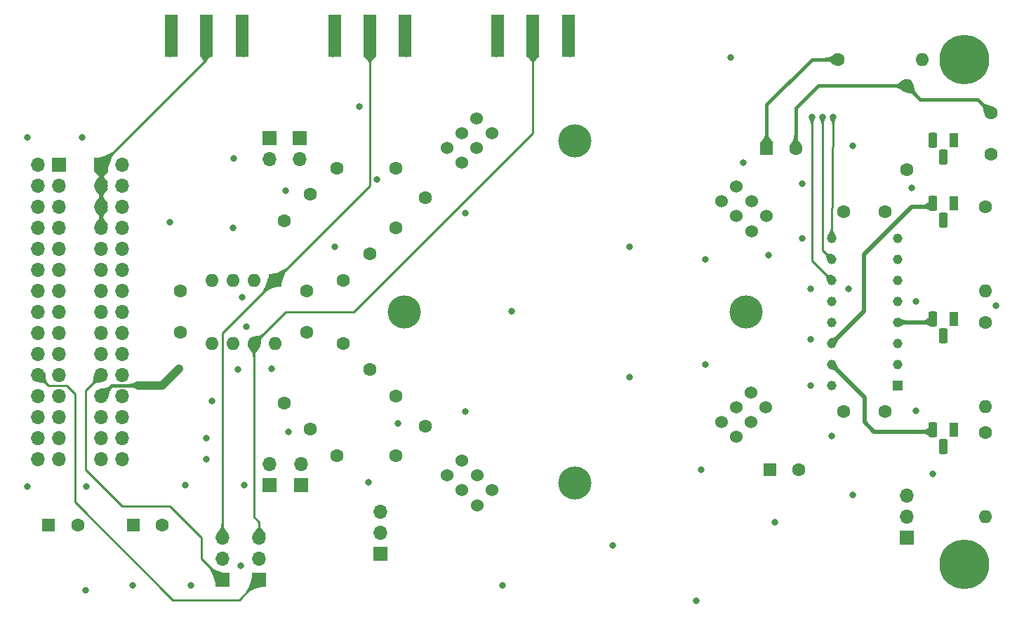
<source format=gbl>
G04 #@! TF.GenerationSoftware,KiCad,Pcbnew,7.0.6*
G04 #@! TF.CreationDate,2023-10-13T18:47:00+03:00*
G04 #@! TF.ProjectId,colorimeter-2,636f6c6f-7269-46d6-9574-65722d322e6b,rev?*
G04 #@! TF.SameCoordinates,Original*
G04 #@! TF.FileFunction,Copper,L4,Bot*
G04 #@! TF.FilePolarity,Positive*
%FSLAX46Y46*%
G04 Gerber Fmt 4.6, Leading zero omitted, Abs format (unit mm)*
G04 Created by KiCad (PCBNEW 7.0.6) date 2023-10-13 18:47:00*
%MOMM*%
%LPD*%
G01*
G04 APERTURE LIST*
G04 Aperture macros list*
%AMRoundRect*
0 Rectangle with rounded corners*
0 $1 Rounding radius*
0 $2 $3 $4 $5 $6 $7 $8 $9 X,Y pos of 4 corners*
0 Add a 4 corners polygon primitive as box body*
4,1,4,$2,$3,$4,$5,$6,$7,$8,$9,$2,$3,0*
0 Add four circle primitives for the rounded corners*
1,1,$1+$1,$2,$3*
1,1,$1+$1,$4,$5*
1,1,$1+$1,$6,$7*
1,1,$1+$1,$8,$9*
0 Add four rect primitives between the rounded corners*
20,1,$1+$1,$2,$3,$4,$5,0*
20,1,$1+$1,$4,$5,$6,$7,0*
20,1,$1+$1,$6,$7,$8,$9,0*
20,1,$1+$1,$8,$9,$2,$3,0*%
%AMHorizOval*
0 Thick line with rounded ends*
0 $1 width*
0 $2 $3 position (X,Y) of the first rounded end (center of the circle)*
0 $4 $5 position (X,Y) of the second rounded end (center of the circle)*
0 Add line between two ends*
20,1,$1,$2,$3,$4,$5,0*
0 Add two circle primitives to create the rounded ends*
1,1,$1,$2,$3*
1,1,$1,$4,$5*%
G04 Aperture macros list end*
G04 #@! TA.AperFunction,ComponentPad*
%ADD10R,1.600000X1.600000*%
G04 #@! TD*
G04 #@! TA.AperFunction,ComponentPad*
%ADD11C,1.600000*%
G04 #@! TD*
G04 #@! TA.AperFunction,ComponentPad*
%ADD12O,1.600000X1.600000*%
G04 #@! TD*
G04 #@! TA.AperFunction,ComponentPad*
%ADD13HorizOval,1.600000X0.000000X0.000000X0.000000X0.000000X0*%
G04 #@! TD*
G04 #@! TA.AperFunction,ComponentPad*
%ADD14R,1.700000X1.700000*%
G04 #@! TD*
G04 #@! TA.AperFunction,ComponentPad*
%ADD15O,1.700000X1.700000*%
G04 #@! TD*
G04 #@! TA.AperFunction,ComponentPad*
%ADD16C,1.524000*%
G04 #@! TD*
G04 #@! TA.AperFunction,ComponentPad*
%ADD17C,6.000000*%
G04 #@! TD*
G04 #@! TA.AperFunction,ComponentPad*
%ADD18R,1.160000X1.160000*%
G04 #@! TD*
G04 #@! TA.AperFunction,ComponentPad*
%ADD19C,1.160000*%
G04 #@! TD*
G04 #@! TA.AperFunction,ComponentPad*
%ADD20R,1.100000X1.800000*%
G04 #@! TD*
G04 #@! TA.AperFunction,ComponentPad*
%ADD21RoundRect,0.275000X0.275000X0.625000X-0.275000X0.625000X-0.275000X-0.625000X0.275000X-0.625000X0*%
G04 #@! TD*
G04 #@! TA.AperFunction,ComponentPad*
%ADD22C,4.000000*%
G04 #@! TD*
G04 #@! TA.AperFunction,ComponentPad*
%ADD23HorizOval,1.600000X0.000000X0.000000X0.000000X0.000000X0*%
G04 #@! TD*
G04 #@! TA.AperFunction,SMDPad,CuDef*
%ADD24R,1.500000X5.080000*%
G04 #@! TD*
G04 #@! TA.AperFunction,ViaPad*
%ADD25C,0.800000*%
G04 #@! TD*
G04 #@! TA.AperFunction,Conductor*
%ADD26C,0.250000*%
G04 #@! TD*
G04 #@! TA.AperFunction,Conductor*
%ADD27C,0.400000*%
G04 #@! TD*
G04 #@! TA.AperFunction,Conductor*
%ADD28C,1.000000*%
G04 #@! TD*
G04 #@! TA.AperFunction,Conductor*
%ADD29C,0.500000*%
G04 #@! TD*
G04 APERTURE END LIST*
D10*
X45766974Y-108321974D03*
D11*
X49266974Y-108321974D03*
D10*
X62855000Y-78750000D03*
D12*
X60315000Y-78750000D03*
X57775000Y-78750000D03*
X55235000Y-78750000D03*
X55235000Y-86370000D03*
X57775000Y-86370000D03*
X60315000Y-86370000D03*
X62855000Y-86370000D03*
D11*
X149225000Y-63500000D03*
X149225000Y-58500000D03*
X63935795Y-71555795D03*
D13*
X71120000Y-78740000D03*
D14*
X65840795Y-61595000D03*
D15*
X65840795Y-64135000D03*
D11*
X70285795Y-65205795D03*
D13*
X77470000Y-72390000D03*
D10*
X122172349Y-62865000D03*
D11*
X125672349Y-62865000D03*
D14*
X36825000Y-64775000D03*
D15*
X34285000Y-64775000D03*
X36825000Y-67315000D03*
X34285000Y-67315000D03*
X36825000Y-69855000D03*
X34285000Y-69855000D03*
X36825000Y-72395000D03*
X34285000Y-72395000D03*
X36825000Y-74935000D03*
X34285000Y-74935000D03*
X36825000Y-77475000D03*
X34285000Y-77475000D03*
X36825000Y-80015000D03*
X34285000Y-80015000D03*
X36825000Y-82555000D03*
X34285000Y-82555000D03*
X36825000Y-85095000D03*
X34285000Y-85095000D03*
X36825000Y-87635000D03*
X34285000Y-87635000D03*
X36825000Y-90175000D03*
X34285000Y-90175000D03*
X36825000Y-92715000D03*
X34285000Y-92715000D03*
X36825000Y-95255000D03*
X34285000Y-95255000D03*
X36825000Y-97795000D03*
X34285000Y-97795000D03*
X36825000Y-100335000D03*
X34285000Y-100335000D03*
D11*
X136471680Y-70485000D03*
X131471680Y-70485000D03*
X67110795Y-68380795D03*
D13*
X74295000Y-75565000D03*
D14*
X66040000Y-103505000D03*
D15*
X66040000Y-100965000D03*
D11*
X51435000Y-85050000D03*
X51435000Y-80050000D03*
D16*
X85417946Y-100521929D03*
X83621895Y-102317980D03*
X87213997Y-102317980D03*
X85417946Y-104114031D03*
X89010048Y-104114031D03*
X87213997Y-105910082D03*
D14*
X41905000Y-64775000D03*
D15*
X44445000Y-64775000D03*
X41905000Y-67315000D03*
X44445000Y-67315000D03*
X41905000Y-69855000D03*
X44445000Y-69855000D03*
X41905000Y-72395000D03*
X44445000Y-72395000D03*
X41905000Y-74935000D03*
X44445000Y-74935000D03*
X41905000Y-77475000D03*
X44445000Y-77475000D03*
X41905000Y-80015000D03*
X44445000Y-80015000D03*
X41905000Y-82555000D03*
X44445000Y-82555000D03*
X41905000Y-85095000D03*
X44445000Y-85095000D03*
X41905000Y-87635000D03*
X44445000Y-87635000D03*
X41905000Y-90175000D03*
X44445000Y-90175000D03*
X41905000Y-92715000D03*
X44445000Y-92715000D03*
X41905000Y-95255000D03*
X44445000Y-95255000D03*
X41905000Y-97795000D03*
X44445000Y-97795000D03*
X41905000Y-100335000D03*
X44445000Y-100335000D03*
D17*
X146050000Y-52070000D03*
D18*
X137941680Y-91440000D03*
D19*
X137941680Y-88900000D03*
X137941680Y-86360000D03*
X137941680Y-83820000D03*
X137941680Y-81280000D03*
X137941680Y-78740000D03*
X137941680Y-76200000D03*
X137941680Y-73660000D03*
X130001680Y-73660000D03*
X130001680Y-76200000D03*
X130001680Y-78740000D03*
X130001680Y-81280000D03*
X130001680Y-83820000D03*
X130001680Y-86360000D03*
X130001680Y-88900000D03*
X130001680Y-91440000D03*
D11*
X148590000Y-83820000D03*
D12*
X148590000Y-93980000D03*
D20*
X144780000Y-96755000D03*
D21*
X143510000Y-98825000D03*
X142240000Y-96755000D03*
D16*
X122118533Y-71011052D03*
X120322482Y-72807103D03*
X118526430Y-71011052D03*
X116730379Y-69215000D03*
X120322482Y-69215000D03*
X118526430Y-67418949D03*
D22*
X99060000Y-103197518D03*
X78412482Y-82550000D03*
X99060000Y-61902482D03*
X119707518Y-82550000D03*
D11*
X139065000Y-65405001D03*
D12*
X139065000Y-55245001D03*
D11*
X130810000Y-52070000D03*
D12*
X140970000Y-52070000D03*
D14*
X60960000Y-114934999D03*
D15*
X60960000Y-112394999D03*
X60960000Y-109854999D03*
D20*
X144780000Y-83420000D03*
D21*
X143510000Y-85490000D03*
X142240000Y-83420000D03*
D11*
X77470000Y-99894205D03*
X81005534Y-96358671D03*
D16*
X88989584Y-60960000D03*
X87193533Y-59163949D03*
X87193533Y-62756051D03*
X85397482Y-60960000D03*
X85397482Y-64552102D03*
X83601431Y-62756051D03*
D11*
X70285795Y-99894205D03*
D23*
X77470000Y-92710000D03*
D20*
X144780000Y-69450000D03*
D21*
X143510000Y-71520000D03*
X142240000Y-69450000D03*
D11*
X67110795Y-96719205D03*
D23*
X74295000Y-89535000D03*
D20*
X144780000Y-61830000D03*
D21*
X143510000Y-63900000D03*
X142240000Y-61830000D03*
D14*
X75565000Y-111760000D03*
D15*
X75565000Y-109220000D03*
X75565000Y-106680000D03*
D11*
X63935795Y-93544205D03*
D23*
X71120000Y-86360000D03*
D16*
X118490022Y-97677615D03*
X116693971Y-95881564D03*
X118490022Y-94085512D03*
X120286074Y-92289461D03*
X120286074Y-95881564D03*
X122082125Y-94085512D03*
D14*
X62230000Y-103505000D03*
D15*
X62230000Y-100965000D03*
D10*
X35549323Y-108321974D03*
D11*
X39049323Y-108321974D03*
X66675000Y-85050000D03*
X66675000Y-80050000D03*
X148590000Y-69850001D03*
D12*
X148590000Y-80010001D03*
D11*
X148590000Y-97155000D03*
D12*
X148590000Y-107315000D03*
D14*
X62230000Y-61595000D03*
D15*
X62230000Y-64135000D03*
D11*
X77470000Y-65205795D03*
X81005534Y-68741329D03*
D10*
X122555000Y-101600000D03*
D11*
X126055000Y-101600000D03*
D14*
X56515000Y-114935000D03*
D15*
X56515000Y-112395000D03*
X56515000Y-109855000D03*
D14*
X139065000Y-109855000D03*
D15*
X139065000Y-107315000D03*
X139065000Y-104775000D03*
D17*
X146050000Y-113030000D03*
D11*
X131471680Y-94614999D03*
X136471680Y-94614999D03*
D24*
X54610000Y-49177500D03*
X50360000Y-49177500D03*
X58860000Y-49177500D03*
X93980000Y-49177500D03*
X89730000Y-49177500D03*
X98230000Y-49177500D03*
X74295000Y-49177500D03*
X70045000Y-49177500D03*
X78545000Y-49177500D03*
D25*
X51308000Y-89408000D03*
X130175000Y-59055000D03*
X128905000Y-59055000D03*
X127635000Y-59055000D03*
X64516000Y-97028000D03*
X39624000Y-61468000D03*
X59055000Y-51435000D03*
X77724000Y-96012000D03*
X50165000Y-71755000D03*
X52070000Y-103505000D03*
X55245000Y-93345000D03*
X54610000Y-97790000D03*
X57912000Y-64008000D03*
X69850000Y-51435000D03*
X127508000Y-85852000D03*
X58752072Y-113220215D03*
X140208000Y-81280000D03*
X105664000Y-90424000D03*
X58420000Y-89535000D03*
X74168000Y-103124000D03*
X114808000Y-88900000D03*
X103632000Y-110744000D03*
X85852000Y-94615000D03*
X113665000Y-117475000D03*
X58928000Y-80772000D03*
X54610000Y-100330000D03*
X127508000Y-91440000D03*
X52705000Y-115570000D03*
X40005000Y-116205000D03*
X114300000Y-101600000D03*
X59436000Y-84328000D03*
X130048000Y-97536000D03*
X98425000Y-51435000D03*
X127508000Y-79756000D03*
X132080000Y-79756000D03*
X64135000Y-67945000D03*
X62484000Y-89408000D03*
X91440000Y-82495908D03*
X123190000Y-107950000D03*
X140208000Y-94488000D03*
X126492000Y-67056000D03*
X117856000Y-51816000D03*
X149860000Y-81788000D03*
X139700000Y-67564000D03*
X85852000Y-70612000D03*
X33020000Y-61468000D03*
X89535000Y-51435000D03*
X40132000Y-103632000D03*
X57785000Y-72390000D03*
X126492000Y-73660000D03*
X50165000Y-51435000D03*
X119380000Y-64516000D03*
X142240000Y-102108000D03*
X132588000Y-104648000D03*
X73025000Y-57785000D03*
X59145000Y-103505000D03*
X45720000Y-115570000D03*
X75184000Y-66548000D03*
X122428000Y-75692000D03*
X132588000Y-62484000D03*
X114808000Y-76200000D03*
X105664000Y-74676000D03*
X33020000Y-103632000D03*
X78740000Y-51435000D03*
X90335000Y-115570000D03*
X70104000Y-74676000D03*
D26*
X62855000Y-78750000D02*
X74295000Y-67310000D01*
X74295000Y-67310000D02*
X74295000Y-48542500D01*
X56515000Y-85090000D02*
X62855000Y-78750000D01*
X56515000Y-109220001D02*
X56515000Y-85090000D01*
D27*
X122172349Y-57532651D02*
X122172349Y-62865000D01*
X127635000Y-52070000D02*
X122172349Y-57532651D01*
D28*
X46355000Y-91440000D02*
X49276000Y-91440000D01*
X49276000Y-91440000D02*
X51308000Y-89408000D01*
D27*
X41905000Y-92715000D02*
X43180000Y-91440000D01*
X127635000Y-52070000D02*
X130810000Y-52070000D01*
X46355000Y-91440000D02*
X43180000Y-91440000D01*
D29*
X137941680Y-83820000D02*
X142240000Y-83820000D01*
X139700000Y-69850000D02*
X133898340Y-75651660D01*
X142240000Y-69850000D02*
X139700000Y-69850000D01*
X130001680Y-86360000D02*
X133898340Y-82463340D01*
X133898340Y-75651660D02*
X133898340Y-82463340D01*
X133985000Y-95885000D02*
X135128000Y-97028000D01*
X130001680Y-88900000D02*
X133985000Y-92883320D01*
X135128000Y-97028000D02*
X142113000Y-97028000D01*
X133985000Y-92883320D02*
X133985000Y-95885000D01*
D26*
X130001680Y-73660000D02*
X130175000Y-59055000D01*
X130175000Y-59055000D02*
X130001680Y-59055000D01*
X128905000Y-75103320D02*
X128905000Y-59055000D01*
X130001680Y-76200000D02*
X128905000Y-75103320D01*
X127635000Y-76373320D02*
X127635000Y-59055000D01*
X130001680Y-78740000D02*
X127635000Y-76373320D01*
X54610000Y-48542500D02*
X54610000Y-52070000D01*
X41905000Y-67315000D02*
X41905000Y-64775000D01*
X54610000Y-52070000D02*
X41905000Y-64775000D01*
X41905000Y-69855000D02*
X41905000Y-67315000D01*
X41905000Y-72395000D02*
X41905000Y-69855000D01*
X60960000Y-107950000D02*
X60325000Y-107315000D01*
X93980000Y-60960000D02*
X72390000Y-82550000D01*
X64135000Y-82550000D02*
X72390000Y-82550000D01*
X60960000Y-109854999D02*
X60960000Y-107950000D01*
X60325000Y-107315000D02*
X60325000Y-86380000D01*
X60315000Y-86370000D02*
X64135000Y-82550000D01*
X93980000Y-48542500D02*
X93980000Y-60960000D01*
X40005000Y-101600000D02*
X44450000Y-106045000D01*
X41905000Y-90175000D02*
X40005000Y-92075000D01*
X53975000Y-109855000D02*
X53975000Y-112395000D01*
X50165000Y-106045000D02*
X53975000Y-109855000D01*
X53975000Y-112395000D02*
X56515000Y-114935000D01*
X40005000Y-92075000D02*
X40005000Y-101600000D01*
X44450000Y-106045000D02*
X50165000Y-106045000D01*
X35560000Y-91450000D02*
X37729000Y-91450000D01*
X38735000Y-92456000D02*
X38735000Y-105537000D01*
X58546999Y-117348000D02*
X60960000Y-114934999D01*
X34285000Y-90175000D02*
X35560000Y-91450000D01*
X38735000Y-105537000D02*
X50546000Y-117348000D01*
X37729000Y-91450000D02*
X38735000Y-92456000D01*
X50546000Y-117348000D02*
X58546999Y-117348000D01*
D27*
X125672349Y-57950786D02*
X128378135Y-55245000D01*
X128378135Y-55245000D02*
X139065000Y-55245001D01*
X140715999Y-56896000D02*
X139065000Y-55245001D01*
X149225000Y-58500000D02*
X147621000Y-56896000D01*
X147621000Y-56896000D02*
X140715999Y-56896000D01*
X125672349Y-62865000D02*
X125672349Y-57950786D01*
G04 #@! TA.AperFunction,Conductor*
G36*
X130508326Y-51341742D02*
G01*
X130508680Y-51342513D01*
X130809134Y-52065509D01*
X130809145Y-52074464D01*
X130809134Y-52074489D01*
X130508680Y-52797486D01*
X130502341Y-52803811D01*
X130493386Y-52803800D01*
X130492615Y-52803446D01*
X130480777Y-52797486D01*
X130188266Y-52650214D01*
X130187631Y-52649842D01*
X129970542Y-52503477D01*
X129781722Y-52382524D01*
X129781721Y-52382523D01*
X129781720Y-52382523D01*
X129551522Y-52300319D01*
X129551521Y-52300318D01*
X129551519Y-52300318D01*
X129220665Y-52270946D01*
X129212728Y-52266801D01*
X129210000Y-52259292D01*
X129210000Y-51880707D01*
X129213427Y-51872434D01*
X129220664Y-51869053D01*
X129551522Y-51839680D01*
X129781720Y-51757476D01*
X129970542Y-51636522D01*
X130187638Y-51490150D01*
X130188254Y-51489789D01*
X130492617Y-51336552D01*
X130501545Y-51335893D01*
X130508326Y-51341742D01*
G37*
G04 #@! TD.AperFunction*
G04 #@! TA.AperFunction,Conductor*
G36*
X41913267Y-64782277D02*
G01*
X41913277Y-64782287D01*
X42745218Y-65615206D01*
X42748640Y-65623481D01*
X42745208Y-65631752D01*
X42743714Y-65633013D01*
X42610000Y-65727966D01*
X42465001Y-65864450D01*
X42464998Y-65864453D01*
X42319998Y-66034454D01*
X42175000Y-66237968D01*
X42033423Y-66469405D01*
X42026182Y-66474675D01*
X42023442Y-66475000D01*
X41786559Y-66475000D01*
X41778286Y-66471573D01*
X41776578Y-66469406D01*
X41634999Y-66237968D01*
X41490001Y-66034454D01*
X41452819Y-65990862D01*
X41345000Y-65864452D01*
X41200000Y-65727968D01*
X41199998Y-65727966D01*
X41066285Y-65633014D01*
X41061524Y-65625430D01*
X41063520Y-65616701D01*
X41064781Y-65615207D01*
X41064782Y-65615206D01*
X41896723Y-64782285D01*
X41904992Y-64778855D01*
X41913267Y-64782277D01*
G37*
G04 #@! TD.AperFunction*
G04 #@! TA.AperFunction,Conductor*
G36*
X125869915Y-61268427D02*
G01*
X125873296Y-61275665D01*
X125902667Y-61606519D01*
X125984873Y-61836722D01*
X126105826Y-62025542D01*
X126252191Y-62242631D01*
X126252566Y-62243271D01*
X126405795Y-62547615D01*
X126406455Y-62556545D01*
X126400606Y-62563326D01*
X126399835Y-62563680D01*
X125676838Y-62864134D01*
X125667885Y-62864144D01*
X125431489Y-62765906D01*
X124944862Y-62563680D01*
X124938537Y-62557341D01*
X124938548Y-62548386D01*
X124938891Y-62547636D01*
X125092138Y-62243254D01*
X125092499Y-62242638D01*
X125238871Y-62025542D01*
X125359825Y-61836720D01*
X125442029Y-61606522D01*
X125471402Y-61275664D01*
X125475547Y-61267728D01*
X125483056Y-61265000D01*
X125861642Y-61265000D01*
X125869915Y-61268427D01*
G37*
G04 #@! TD.AperFunction*
G04 #@! TA.AperFunction,Conductor*
G36*
X60121723Y-114587759D02*
G01*
X60956216Y-114932437D01*
X60962553Y-114938762D01*
X60962562Y-114938783D01*
X61306364Y-115771157D01*
X61306355Y-115780112D01*
X61300017Y-115786438D01*
X61297267Y-115787197D01*
X60969136Y-115835883D01*
X60683976Y-115914365D01*
X60626188Y-115930270D01*
X60626186Y-115930270D01*
X60626174Y-115930274D01*
X60283255Y-116068149D01*
X60283222Y-116068165D01*
X59940306Y-116249534D01*
X59940287Y-116249546D01*
X59605306Y-116469208D01*
X59596508Y-116470879D01*
X59590617Y-116467697D01*
X59426727Y-116303807D01*
X59423300Y-116295534D01*
X59424699Y-116289988D01*
X59558456Y-116041704D01*
X59653230Y-115835884D01*
X59696341Y-115742261D01*
X59696341Y-115742260D01*
X59834228Y-115399310D01*
X59972114Y-115012863D01*
X59995872Y-114938783D01*
X60106124Y-114595001D01*
X60111913Y-114588172D01*
X60120837Y-114587435D01*
X60121723Y-114587759D01*
G37*
G04 #@! TD.AperFunction*
G04 #@! TA.AperFunction,Conductor*
G36*
X139801429Y-54943666D02*
G01*
X139807754Y-54950005D01*
X139808049Y-54950801D01*
X139914903Y-55274353D01*
X139915091Y-55275071D01*
X139965100Y-55532071D01*
X140013088Y-55751115D01*
X140060664Y-55851543D01*
X140117737Y-55972017D01*
X140117738Y-55972018D01*
X140117740Y-55972022D01*
X140220682Y-56095022D01*
X140330919Y-56226739D01*
X140333601Y-56235282D01*
X140330220Y-56242520D01*
X140062519Y-56510221D01*
X140054246Y-56513648D01*
X140046738Y-56510920D01*
X139944784Y-56425593D01*
X139792021Y-56297741D01*
X139792017Y-56297739D01*
X139792016Y-56297738D01*
X139659477Y-56234950D01*
X139571114Y-56193089D01*
X139352070Y-56145101D01*
X139095070Y-56095092D01*
X139094352Y-56094904D01*
X138770800Y-55988050D01*
X138764019Y-55982201D01*
X138763359Y-55973271D01*
X138763648Y-55972488D01*
X139062438Y-55248786D01*
X139068762Y-55242449D01*
X139068764Y-55242447D01*
X139792475Y-54943655D01*
X139801429Y-54943666D01*
G37*
G04 #@! TD.AperFunction*
G04 #@! TA.AperFunction,Conductor*
G36*
X74305277Y-49212235D02*
G01*
X74306221Y-49214516D01*
X75042669Y-51709603D01*
X75041725Y-51718508D01*
X75038355Y-51722359D01*
X74919994Y-51808927D01*
X74795007Y-51929625D01*
X74794998Y-51929635D01*
X74697776Y-52046301D01*
X74669999Y-52079634D01*
X74544999Y-52258923D01*
X74423408Y-52461814D01*
X74416216Y-52467149D01*
X74413372Y-52467500D01*
X74176628Y-52467500D01*
X74168355Y-52464073D01*
X74166592Y-52461814D01*
X74045000Y-52258923D01*
X73920000Y-52079634D01*
X73794999Y-51929634D01*
X73794991Y-51929625D01*
X73670004Y-51808927D01*
X73551644Y-51722359D01*
X73546989Y-51714709D01*
X73547329Y-51709606D01*
X74283779Y-49214515D01*
X74289407Y-49207551D01*
X74298312Y-49206607D01*
X74305277Y-49212235D01*
G37*
G04 #@! TD.AperFunction*
G04 #@! TA.AperFunction,Conductor*
G36*
X55160306Y-113400790D02*
G01*
X55357183Y-113529890D01*
X55495294Y-113620456D01*
X55495299Y-113620458D01*
X55495306Y-113620463D01*
X55838222Y-113801832D01*
X55838241Y-113801842D01*
X55838250Y-113801845D01*
X55838255Y-113801848D01*
X56181174Y-113939723D01*
X56181178Y-113939724D01*
X56181188Y-113939728D01*
X56524135Y-114034114D01*
X56852268Y-114082802D01*
X56859948Y-114087405D01*
X56862123Y-114096091D01*
X56861364Y-114098841D01*
X56517562Y-114931215D01*
X56511236Y-114937553D01*
X56511215Y-114937562D01*
X55676731Y-115282236D01*
X55667776Y-115282227D01*
X55661450Y-115275889D01*
X55661128Y-115275009D01*
X55527114Y-114857135D01*
X55389228Y-114470688D01*
X55251342Y-114127741D01*
X55251341Y-114127738D01*
X55251341Y-114127737D01*
X55113458Y-113828298D01*
X55099209Y-113801848D01*
X54979699Y-113580012D01*
X54978793Y-113571104D01*
X54981725Y-113566193D01*
X55145618Y-113402300D01*
X55153890Y-113398874D01*
X55160306Y-113400790D01*
G37*
G04 #@! TD.AperFunction*
G04 #@! TA.AperFunction,Conductor*
G36*
X129263111Y-59203303D02*
G01*
X129269429Y-59209650D01*
X129269408Y-59218604D01*
X129269130Y-59219220D01*
X129198425Y-59364581D01*
X129198153Y-59365078D01*
X129131301Y-59474215D01*
X129077969Y-59569905D01*
X129077967Y-59569910D01*
X129042729Y-59685596D01*
X129042728Y-59685602D01*
X129030813Y-59844177D01*
X129026776Y-59852170D01*
X129019146Y-59855000D01*
X128790854Y-59855000D01*
X128782581Y-59851573D01*
X128779187Y-59844177D01*
X128767270Y-59685602D01*
X128767269Y-59685596D01*
X128732031Y-59569910D01*
X128732029Y-59569905D01*
X128678697Y-59474215D01*
X128611844Y-59365078D01*
X128611572Y-59364581D01*
X128609032Y-59359360D01*
X128540868Y-59219218D01*
X128540332Y-59210281D01*
X128546272Y-59203581D01*
X128546874Y-59203308D01*
X128900500Y-59055875D01*
X128909449Y-59055855D01*
X129263111Y-59203303D01*
G37*
G04 #@! TD.AperFunction*
G04 #@! TA.AperFunction,Conductor*
G36*
X141697217Y-96545879D02*
G01*
X141866870Y-96735917D01*
X142234430Y-97147641D01*
X142237383Y-97156095D01*
X142234857Y-97162718D01*
X141866817Y-97625200D01*
X141858984Y-97629540D01*
X141850673Y-97627298D01*
X141715809Y-97526853D01*
X141673503Y-97500634D01*
X141571864Y-97437644D01*
X141571855Y-97437639D01*
X141427909Y-97366428D01*
X141427908Y-97366427D01*
X141283947Y-97313211D01*
X141148920Y-97280181D01*
X141141698Y-97274886D01*
X141140000Y-97268816D01*
X141140000Y-96788489D01*
X141143427Y-96780216D01*
X141150425Y-96776858D01*
X141249999Y-96765959D01*
X141359999Y-96735918D01*
X141470000Y-96687876D01*
X141580000Y-96621835D01*
X141681387Y-96544374D01*
X141690041Y-96542075D01*
X141697217Y-96545879D01*
G37*
G04 #@! TD.AperFunction*
G04 #@! TA.AperFunction,Conductor*
G36*
X130653029Y-85370862D02*
G01*
X130990817Y-85708650D01*
X130994244Y-85716923D01*
X130991207Y-85724787D01*
X130835617Y-85896182D01*
X130740629Y-86040477D01*
X130710849Y-86110980D01*
X130681068Y-86181484D01*
X130624259Y-86351286D01*
X130541779Y-86570654D01*
X130535660Y-86577191D01*
X130526710Y-86577487D01*
X130526368Y-86577353D01*
X130005474Y-86362562D01*
X129999132Y-86356240D01*
X129999117Y-86356205D01*
X129784326Y-85835311D01*
X129784341Y-85826356D01*
X129790683Y-85820034D01*
X129790969Y-85819921D01*
X130010392Y-85737420D01*
X130072822Y-85716533D01*
X130180194Y-85680610D01*
X130180194Y-85680609D01*
X130321202Y-85621049D01*
X130465495Y-85526063D01*
X130636895Y-85370470D01*
X130645321Y-85367449D01*
X130653029Y-85370862D01*
G37*
G04 #@! TD.AperFunction*
G04 #@! TA.AperFunction,Conductor*
G36*
X122373677Y-61268427D02*
G01*
X122375673Y-61271095D01*
X122492349Y-61485000D01*
X122612349Y-61675000D01*
X122732349Y-61834999D01*
X122852349Y-61964999D01*
X122962513Y-62056803D01*
X122966675Y-62064732D01*
X122964011Y-62073281D01*
X122963301Y-62074059D01*
X122180627Y-62857711D01*
X122172356Y-62861143D01*
X122164081Y-62857721D01*
X122164071Y-62857711D01*
X121784018Y-62477184D01*
X121381395Y-62074057D01*
X121377974Y-62065784D01*
X121381406Y-62057513D01*
X121382170Y-62056815D01*
X121492349Y-61964999D01*
X121612349Y-61834999D01*
X121732349Y-61675000D01*
X121852349Y-61485000D01*
X121969023Y-61271096D01*
X121975993Y-61265475D01*
X121979294Y-61265000D01*
X122365404Y-61265000D01*
X122373677Y-61268427D01*
G37*
G04 #@! TD.AperFunction*
G04 #@! TA.AperFunction,Conductor*
G36*
X129278023Y-77838128D02*
G01*
X129278939Y-77838883D01*
X129462640Y-77990359D01*
X129625729Y-78062562D01*
X129625736Y-78062565D01*
X129787806Y-78092555D01*
X129976722Y-78124754D01*
X129978333Y-78125148D01*
X130211576Y-78200266D01*
X130218400Y-78206064D01*
X130219126Y-78214990D01*
X130218805Y-78215863D01*
X130004241Y-78736205D01*
X129997920Y-78742547D01*
X129997885Y-78742561D01*
X129477543Y-78957125D01*
X129468588Y-78957111D01*
X129462267Y-78950769D01*
X129461946Y-78949896D01*
X129386828Y-78716653D01*
X129386433Y-78715037D01*
X129354235Y-78526126D01*
X129324245Y-78364056D01*
X129324242Y-78364049D01*
X129252039Y-78200960D01*
X129189528Y-78125150D01*
X129099808Y-78016343D01*
X129097190Y-78007782D01*
X129100562Y-78000630D01*
X129262310Y-77838882D01*
X129270582Y-77835456D01*
X129278023Y-77838128D01*
G37*
G04 #@! TD.AperFunction*
G04 #@! TA.AperFunction,Conductor*
G36*
X130489683Y-59185196D02*
G01*
X130533075Y-59203288D01*
X130539393Y-59209635D01*
X130539372Y-59218589D01*
X130539078Y-59219237D01*
X130467563Y-59365112D01*
X130467264Y-59365649D01*
X130398827Y-59474618D01*
X130343391Y-59569916D01*
X130343387Y-59569924D01*
X130305736Y-59685497D01*
X130291473Y-59844729D01*
X130287322Y-59852663D01*
X130279681Y-59855384D01*
X130051402Y-59852675D01*
X130043170Y-59849150D01*
X130039863Y-59841691D01*
X130030242Y-59684238D01*
X129997340Y-59568789D01*
X129946075Y-59473052D01*
X129880828Y-59364088D01*
X129880579Y-59363627D01*
X129810825Y-59219204D01*
X129810312Y-59210263D01*
X129816271Y-59203580D01*
X129816858Y-59203316D01*
X129816925Y-59203288D01*
X130170511Y-59055876D01*
X130179460Y-59055856D01*
X130489683Y-59185196D01*
G37*
G04 #@! TD.AperFunction*
G04 #@! TA.AperFunction,Conductor*
G36*
X61082794Y-108158426D02*
G01*
X61086150Y-108165415D01*
X61125656Y-108523150D01*
X61233383Y-108765422D01*
X61386811Y-108961086D01*
X61563945Y-109188621D01*
X61565046Y-109190320D01*
X61739265Y-109518359D01*
X61740119Y-109527273D01*
X61734420Y-109534180D01*
X61733421Y-109534652D01*
X60964488Y-109854133D01*
X60955533Y-109854142D01*
X60955510Y-109854133D01*
X60186578Y-109534652D01*
X60180253Y-109528313D01*
X60180262Y-109519358D01*
X60180729Y-109518369D01*
X60354954Y-109190314D01*
X60356047Y-109188627D01*
X60533188Y-108961086D01*
X60686616Y-108765421D01*
X60794342Y-108523152D01*
X60833849Y-108165415D01*
X60838164Y-108157568D01*
X60845479Y-108154999D01*
X61074521Y-108154999D01*
X61082794Y-108158426D01*
G37*
G04 #@! TD.AperFunction*
G04 #@! TA.AperFunction,Conductor*
G36*
X148243259Y-57234079D02*
G01*
X148390235Y-57357085D01*
X148497975Y-57447256D01*
X148497979Y-57447258D01*
X148497983Y-57447262D01*
X148718884Y-57551909D01*
X148937928Y-57599898D01*
X149194933Y-57649908D01*
X149195642Y-57650094D01*
X149519199Y-57756950D01*
X149525980Y-57762799D01*
X149526640Y-57771729D01*
X149526345Y-57772525D01*
X149227562Y-58496212D01*
X149221237Y-58502551D01*
X149221212Y-58502562D01*
X148497525Y-58801345D01*
X148488570Y-58801334D01*
X148482245Y-58794995D01*
X148481950Y-58794199D01*
X148375094Y-58470642D01*
X148374907Y-58469928D01*
X148324898Y-58212928D01*
X148276909Y-57993884D01*
X148276908Y-57993884D01*
X148172262Y-57772983D01*
X148172258Y-57772978D01*
X148172256Y-57772975D01*
X148069257Y-57649907D01*
X147959079Y-57518260D01*
X147956398Y-57509718D01*
X147959778Y-57502481D01*
X148227481Y-57234778D01*
X148235753Y-57231352D01*
X148243259Y-57234079D01*
G37*
G04 #@! TD.AperFunction*
G04 #@! TA.AperFunction,Conductor*
G36*
X130535323Y-88682661D02*
G01*
X130541645Y-88689003D01*
X130541779Y-88689345D01*
X130624259Y-88908712D01*
X130681068Y-89078513D01*
X130740630Y-89219522D01*
X130835616Y-89363815D01*
X130991207Y-89535213D01*
X130994230Y-89543641D01*
X130990817Y-89551349D01*
X130653029Y-89889137D01*
X130644756Y-89892564D01*
X130636893Y-89889527D01*
X130465495Y-89733936D01*
X130321202Y-89638950D01*
X130180194Y-89579388D01*
X130010392Y-89522579D01*
X129791025Y-89440099D01*
X129784488Y-89433980D01*
X129784192Y-89425030D01*
X129784313Y-89424719D01*
X129999117Y-88903793D01*
X130005439Y-88897452D01*
X130005474Y-88897437D01*
X130526369Y-88682646D01*
X130535323Y-88682661D01*
G37*
G04 #@! TD.AperFunction*
G04 #@! TA.AperFunction,Conductor*
G36*
X129278023Y-75298128D02*
G01*
X129278939Y-75298883D01*
X129462640Y-75450359D01*
X129625729Y-75522562D01*
X129625736Y-75522565D01*
X129787806Y-75552555D01*
X129976722Y-75584754D01*
X129978333Y-75585148D01*
X130211576Y-75660266D01*
X130218400Y-75666064D01*
X130219126Y-75674990D01*
X130218805Y-75675863D01*
X130004241Y-76196205D01*
X129997920Y-76202547D01*
X129997885Y-76202561D01*
X129477543Y-76417125D01*
X129468588Y-76417111D01*
X129462267Y-76410769D01*
X129461946Y-76409896D01*
X129386828Y-76176653D01*
X129386433Y-76175037D01*
X129354235Y-75986126D01*
X129324245Y-75824056D01*
X129324242Y-75824049D01*
X129252039Y-75660960D01*
X129189528Y-75585150D01*
X129099808Y-75476343D01*
X129097190Y-75467782D01*
X129100562Y-75460630D01*
X129262310Y-75298882D01*
X129270582Y-75295456D01*
X129278023Y-75298128D01*
G37*
G04 #@! TD.AperFunction*
G04 #@! TA.AperFunction,Conductor*
G36*
X130129771Y-72502764D02*
G01*
X130138002Y-72506289D01*
X130141292Y-72513505D01*
X130160742Y-72750146D01*
X130221608Y-72916328D01*
X130221613Y-72916338D01*
X130312030Y-73052414D01*
X130420776Y-73209007D01*
X130421184Y-73209689D01*
X130531793Y-73426785D01*
X130532495Y-73435712D01*
X130526679Y-73442521D01*
X130525862Y-73442898D01*
X130006163Y-73659128D01*
X129997209Y-73659142D01*
X129997174Y-73659128D01*
X129477562Y-73442925D01*
X129471240Y-73436583D01*
X129471255Y-73427628D01*
X129471653Y-73426771D01*
X129584660Y-73208019D01*
X129585572Y-73206539D01*
X129698650Y-73050604D01*
X129795082Y-72915554D01*
X129862848Y-72749518D01*
X129889274Y-72510461D01*
X129893589Y-72502616D01*
X129901039Y-72500049D01*
X130129771Y-72502764D01*
G37*
G04 #@! TD.AperFunction*
G04 #@! TA.AperFunction,Conductor*
G36*
X127993111Y-59203303D02*
G01*
X127999429Y-59209650D01*
X127999408Y-59218604D01*
X127999130Y-59219220D01*
X127928425Y-59364581D01*
X127928153Y-59365078D01*
X127861301Y-59474215D01*
X127807969Y-59569905D01*
X127807967Y-59569910D01*
X127772729Y-59685596D01*
X127772728Y-59685602D01*
X127760813Y-59844177D01*
X127756776Y-59852170D01*
X127749146Y-59855000D01*
X127520854Y-59855000D01*
X127512581Y-59851573D01*
X127509187Y-59844177D01*
X127497270Y-59685602D01*
X127497269Y-59685596D01*
X127462031Y-59569910D01*
X127462029Y-59569905D01*
X127408697Y-59474215D01*
X127341844Y-59365078D01*
X127341572Y-59364581D01*
X127339032Y-59359360D01*
X127270868Y-59219218D01*
X127270332Y-59210281D01*
X127276272Y-59203581D01*
X127276874Y-59203308D01*
X127630500Y-59055875D01*
X127639449Y-59055855D01*
X127993111Y-59203303D01*
G37*
G04 #@! TD.AperFunction*
G04 #@! TA.AperFunction,Conductor*
G36*
X64139039Y-77302669D02*
G01*
X64302893Y-77466523D01*
X64306320Y-77474796D01*
X64304900Y-77480382D01*
X64290034Y-77507740D01*
X64196941Y-77679056D01*
X64178253Y-77713446D01*
X64047443Y-77994669D01*
X63916629Y-78316402D01*
X63785814Y-78678635D01*
X63658906Y-79069342D01*
X63653091Y-79076152D01*
X63644164Y-79076856D01*
X63643312Y-79076542D01*
X62858785Y-78752562D01*
X62852447Y-78746238D01*
X62529308Y-77963749D01*
X62529317Y-77954796D01*
X62535656Y-77948471D01*
X62538326Y-77947724D01*
X62845363Y-77900185D01*
X63167096Y-77809870D01*
X63488830Y-77679056D01*
X63810563Y-77507741D01*
X64124333Y-77301169D01*
X64133127Y-77299483D01*
X64139039Y-77302669D01*
G37*
G04 #@! TD.AperFunction*
G04 #@! TA.AperFunction,Conductor*
G36*
X42027794Y-70698427D02*
G01*
X42031150Y-70705416D01*
X42070656Y-71063151D01*
X42178383Y-71305423D01*
X42331811Y-71501087D01*
X42508945Y-71728622D01*
X42510046Y-71730321D01*
X42684265Y-72058360D01*
X42685119Y-72067274D01*
X42679420Y-72074181D01*
X42678421Y-72074653D01*
X41909488Y-72394134D01*
X41900533Y-72394143D01*
X41900510Y-72394134D01*
X41131578Y-72074653D01*
X41125253Y-72068314D01*
X41125262Y-72059359D01*
X41125729Y-72058370D01*
X41299954Y-71730315D01*
X41301047Y-71728628D01*
X41478188Y-71501087D01*
X41631616Y-71305422D01*
X41739342Y-71063153D01*
X41778849Y-70705416D01*
X41783164Y-70697569D01*
X41790479Y-70695000D01*
X42019521Y-70695000D01*
X42027794Y-70698427D01*
G37*
G04 #@! TD.AperFunction*
G04 #@! TA.AperFunction,Conductor*
G36*
X141697729Y-69307715D02*
G01*
X141990545Y-69600000D01*
X142233601Y-69842614D01*
X142237035Y-69850884D01*
X142234490Y-69858180D01*
X141865995Y-70321233D01*
X141858162Y-70325573D01*
X141851059Y-70324120D01*
X141715819Y-70247258D01*
X141715812Y-70247254D01*
X141715809Y-70247253D01*
X141681538Y-70232061D01*
X141571860Y-70183441D01*
X141427916Y-70137629D01*
X141427907Y-70137627D01*
X141427904Y-70137626D01*
X141283952Y-70109813D01*
X141283957Y-70109813D01*
X141150904Y-70100743D01*
X141142883Y-70096761D01*
X141140000Y-70089070D01*
X141140000Y-69609422D01*
X141143427Y-69601149D01*
X141149204Y-69597991D01*
X141214420Y-69583762D01*
X141250000Y-69576000D01*
X141359991Y-69534003D01*
X141359989Y-69534003D01*
X141359999Y-69534000D01*
X141470000Y-69474000D01*
X141580000Y-69396000D01*
X141681772Y-69307180D01*
X141690256Y-69304323D01*
X141697729Y-69307715D01*
G37*
G04 #@! TD.AperFunction*
G04 #@! TA.AperFunction,Conductor*
G36*
X42973207Y-91379044D02*
G01*
X43240955Y-91646792D01*
X43244382Y-91655065D01*
X43241678Y-91662546D01*
X43015043Y-91935070D01*
X42906144Y-92171618D01*
X42906144Y-92171619D01*
X42858152Y-92406400D01*
X42807489Y-92681442D01*
X42807299Y-92682190D01*
X42694218Y-93028283D01*
X42688392Y-93035082D01*
X42679463Y-93035770D01*
X42678631Y-93035463D01*
X41908785Y-92717562D01*
X41902447Y-92711238D01*
X41584536Y-91941367D01*
X41584545Y-91932413D01*
X41590884Y-91926088D01*
X41591689Y-91925790D01*
X41937819Y-91812696D01*
X41938549Y-91812510D01*
X42213598Y-91761846D01*
X42448379Y-91713854D01*
X42684931Y-91604954D01*
X42957454Y-91378320D01*
X42966005Y-91375666D01*
X42973207Y-91379044D01*
G37*
G04 #@! TD.AperFunction*
G04 #@! TA.AperFunction,Conductor*
G36*
X41909488Y-69855865D02*
G01*
X42316301Y-70024890D01*
X42678421Y-70175346D01*
X42684746Y-70181685D01*
X42684737Y-70190640D01*
X42684265Y-70191639D01*
X42510046Y-70519676D01*
X42508945Y-70521375D01*
X42331811Y-70748911D01*
X42178383Y-70944574D01*
X42070656Y-71186847D01*
X42031150Y-71544584D01*
X42026836Y-71552431D01*
X42019521Y-71555000D01*
X41790479Y-71555000D01*
X41782206Y-71551573D01*
X41778850Y-71544584D01*
X41739342Y-71186847D01*
X41631615Y-70944574D01*
X41478188Y-70748911D01*
X41301052Y-70521375D01*
X41299951Y-70519676D01*
X41125734Y-70191639D01*
X41124880Y-70182725D01*
X41130579Y-70175818D01*
X41131566Y-70175351D01*
X41900511Y-69855864D01*
X41909465Y-69855856D01*
X41909488Y-69855865D01*
G37*
G04 #@! TD.AperFunction*
G04 #@! TA.AperFunction,Conductor*
G36*
X93990277Y-49212235D02*
G01*
X93991221Y-49214516D01*
X94727669Y-51709603D01*
X94726725Y-51718508D01*
X94723355Y-51722359D01*
X94604994Y-51808927D01*
X94480007Y-51929625D01*
X94479998Y-51929635D01*
X94382776Y-52046301D01*
X94354999Y-52079634D01*
X94229999Y-52258923D01*
X94108408Y-52461814D01*
X94101216Y-52467149D01*
X94098372Y-52467500D01*
X93861628Y-52467500D01*
X93853355Y-52464073D01*
X93851592Y-52461814D01*
X93730000Y-52258923D01*
X93605000Y-52079634D01*
X93479999Y-51929634D01*
X93479991Y-51929625D01*
X93355004Y-51808927D01*
X93236644Y-51722359D01*
X93231989Y-51714709D01*
X93232329Y-51709606D01*
X93968779Y-49214515D01*
X93974407Y-49207551D01*
X93983312Y-49206607D01*
X93990277Y-49212235D01*
G37*
G04 #@! TD.AperFunction*
G04 #@! TA.AperFunction,Conductor*
G36*
X61042280Y-86671233D02*
G01*
X61048605Y-86677572D01*
X61048594Y-86686527D01*
X61048146Y-86687481D01*
X60886940Y-86994165D01*
X60885911Y-86995785D01*
X60723575Y-87210116D01*
X60584055Y-87394959D01*
X60486631Y-87623078D01*
X60451111Y-87957547D01*
X60446829Y-87965412D01*
X60439476Y-87968011D01*
X60210469Y-87968011D01*
X60202196Y-87964584D01*
X60198841Y-87957606D01*
X60161447Y-87621815D01*
X60059377Y-87394248D01*
X59914173Y-87210593D01*
X59746848Y-86996935D01*
X59745737Y-86995228D01*
X59581942Y-86687507D01*
X59581081Y-86678595D01*
X59586774Y-86671683D01*
X59587763Y-86671215D01*
X60310512Y-86370864D01*
X60319461Y-86370854D01*
X61042280Y-86671233D01*
G37*
G04 #@! TD.AperFunction*
G04 #@! TA.AperFunction,Conductor*
G36*
X42027794Y-68158427D02*
G01*
X42031150Y-68165416D01*
X42070656Y-68523151D01*
X42178383Y-68765423D01*
X42331811Y-68961087D01*
X42508945Y-69188622D01*
X42510046Y-69190321D01*
X42684265Y-69518360D01*
X42685119Y-69527274D01*
X42679420Y-69534181D01*
X42678421Y-69534653D01*
X41909488Y-69854134D01*
X41900533Y-69854143D01*
X41900510Y-69854134D01*
X41131578Y-69534653D01*
X41125253Y-69528314D01*
X41125262Y-69519359D01*
X41125729Y-69518370D01*
X41299954Y-69190315D01*
X41301047Y-69188628D01*
X41478188Y-68961087D01*
X41631616Y-68765422D01*
X41739342Y-68523153D01*
X41778849Y-68165416D01*
X41783164Y-68157569D01*
X41790479Y-68155000D01*
X42019521Y-68155000D01*
X42027794Y-68158427D01*
G37*
G04 #@! TD.AperFunction*
G04 #@! TA.AperFunction,Conductor*
G36*
X138174295Y-83288989D02*
G01*
X138174594Y-83289119D01*
X138388070Y-83385929D01*
X138388070Y-83385930D01*
X138548306Y-83465826D01*
X138548307Y-83465827D01*
X138605898Y-83489213D01*
X138690133Y-83523419D01*
X138796173Y-83545270D01*
X138859317Y-83558282D01*
X138859322Y-83558282D01*
X138859329Y-83558284D01*
X139090546Y-83569461D01*
X139098643Y-83573283D01*
X139101680Y-83581147D01*
X139101680Y-84058852D01*
X139098253Y-84067125D01*
X139090545Y-84070538D01*
X138859333Y-84081714D01*
X138859317Y-84081716D01*
X138690132Y-84116580D01*
X138548307Y-84174172D01*
X138548306Y-84174173D01*
X138388070Y-84254069D01*
X138174632Y-84350863D01*
X138165682Y-84351159D01*
X138159145Y-84345040D01*
X138158998Y-84344703D01*
X138064081Y-84116580D01*
X137942549Y-83824494D01*
X137942535Y-83815541D01*
X138158998Y-83295295D01*
X138165340Y-83288974D01*
X138174295Y-83288989D01*
G37*
G04 #@! TD.AperFunction*
G04 #@! TA.AperFunction,Conductor*
G36*
X54619000Y-49219207D02*
G01*
X54620178Y-49222419D01*
X55136397Y-51709216D01*
X55134723Y-51718013D01*
X55130788Y-51721728D01*
X54993960Y-51800678D01*
X54993957Y-51800680D01*
X54849791Y-51914470D01*
X54705634Y-52058861D01*
X54705628Y-52058867D01*
X54561471Y-52233862D01*
X54425313Y-52428053D01*
X54417757Y-52432860D01*
X54409016Y-52430916D01*
X54407460Y-52429609D01*
X54241841Y-52263990D01*
X54239696Y-52261041D01*
X54164429Y-52113757D01*
X54088318Y-51984768D01*
X54012217Y-51875741D01*
X53936114Y-51786653D01*
X53936112Y-51786651D01*
X53936107Y-51786645D01*
X53865432Y-51722435D01*
X53861613Y-51714335D01*
X53862080Y-51710460D01*
X53862448Y-51709216D01*
X54597503Y-49221480D01*
X54603132Y-49214519D01*
X54612037Y-49213577D01*
X54619000Y-49219207D01*
G37*
G04 #@! TD.AperFunction*
G04 #@! TA.AperFunction,Conductor*
G36*
X42027794Y-65618427D02*
G01*
X42031150Y-65625416D01*
X42070656Y-65983151D01*
X42178383Y-66225423D01*
X42331811Y-66421087D01*
X42508945Y-66648622D01*
X42510046Y-66650321D01*
X42684265Y-66978360D01*
X42685119Y-66987274D01*
X42679420Y-66994181D01*
X42678421Y-66994653D01*
X41909488Y-67314134D01*
X41900533Y-67314143D01*
X41900510Y-67314134D01*
X41131578Y-66994653D01*
X41125253Y-66988314D01*
X41125262Y-66979359D01*
X41125729Y-66978370D01*
X41299954Y-66650315D01*
X41301047Y-66648628D01*
X41478188Y-66421087D01*
X41631616Y-66225422D01*
X41739342Y-65983153D01*
X41778849Y-65625416D01*
X41783164Y-65617569D01*
X41790479Y-65615000D01*
X42019521Y-65615000D01*
X42027794Y-65618427D01*
G37*
G04 #@! TD.AperFunction*
G04 #@! TA.AperFunction,Conductor*
G36*
X61365405Y-85157665D02*
G01*
X61527334Y-85319594D01*
X61530761Y-85327867D01*
X61528179Y-85335199D01*
X61316635Y-85598255D01*
X61225744Y-85830118D01*
X61195847Y-86061278D01*
X61160840Y-86329414D01*
X61160419Y-86331346D01*
X61057886Y-86663880D01*
X61052173Y-86670777D01*
X61043258Y-86671614D01*
X61042240Y-86671248D01*
X60318787Y-86372562D01*
X60312448Y-86366237D01*
X60312437Y-86366212D01*
X60297650Y-86330397D01*
X60013750Y-85642759D01*
X60013762Y-85633804D01*
X60020101Y-85627479D01*
X60021102Y-85627119D01*
X60353661Y-85524576D01*
X60355573Y-85524159D01*
X60623721Y-85489151D01*
X60854879Y-85459254D01*
X61086743Y-85368362D01*
X61349803Y-85156819D01*
X61358395Y-85154306D01*
X61365405Y-85157665D01*
G37*
G04 #@! TD.AperFunction*
G04 #@! TA.AperFunction,Conductor*
G36*
X43274382Y-63242301D02*
G01*
X43438272Y-63406191D01*
X43441699Y-63414464D01*
X43440299Y-63420013D01*
X43306541Y-63668298D01*
X43168658Y-63967737D01*
X43168658Y-63967738D01*
X43030771Y-64310688D01*
X42892885Y-64697135D01*
X42758876Y-65114995D01*
X42753086Y-65121826D01*
X42744162Y-65122563D01*
X42743268Y-65122236D01*
X41908784Y-64777562D01*
X41902446Y-64771236D01*
X41570572Y-63967741D01*
X41558635Y-63938841D01*
X41558644Y-63929886D01*
X41564982Y-63923560D01*
X41567724Y-63922802D01*
X41895864Y-63874114D01*
X42238811Y-63779728D01*
X42238822Y-63779723D01*
X42238824Y-63779723D01*
X42581743Y-63641848D01*
X42581742Y-63641848D01*
X42581758Y-63641842D01*
X42924705Y-63460456D01*
X43259693Y-63240789D01*
X43268491Y-63239119D01*
X43274382Y-63242301D01*
G37*
G04 #@! TD.AperFunction*
G04 #@! TA.AperFunction,Conductor*
G36*
X141697729Y-83277715D02*
G01*
X141990545Y-83570000D01*
X142233601Y-83812614D01*
X142237035Y-83820884D01*
X142234490Y-83828180D01*
X141865995Y-84291233D01*
X141858162Y-84295573D01*
X141851059Y-84294120D01*
X141715819Y-84217258D01*
X141715812Y-84217254D01*
X141715809Y-84217253D01*
X141681538Y-84202061D01*
X141571860Y-84153441D01*
X141427916Y-84107629D01*
X141427907Y-84107627D01*
X141427904Y-84107626D01*
X141283952Y-84079813D01*
X141283957Y-84079813D01*
X141150904Y-84070743D01*
X141142883Y-84066761D01*
X141140000Y-84059070D01*
X141140000Y-83579422D01*
X141143427Y-83571149D01*
X141149204Y-83567991D01*
X141214420Y-83553762D01*
X141250000Y-83546000D01*
X141359991Y-83504003D01*
X141359989Y-83504003D01*
X141359999Y-83504000D01*
X141470000Y-83444000D01*
X141580000Y-83366000D01*
X141681772Y-83277180D01*
X141690256Y-83274323D01*
X141697729Y-83277715D01*
G37*
G04 #@! TD.AperFunction*
G04 #@! TA.AperFunction,Conductor*
G36*
X41131577Y-89854622D02*
G01*
X41901215Y-90172438D01*
X41907552Y-90178761D01*
X41907562Y-90178785D01*
X42225372Y-90948410D01*
X42225363Y-90957365D01*
X42219024Y-90963690D01*
X42217984Y-90964063D01*
X41862835Y-91072829D01*
X41860855Y-91073252D01*
X41574709Y-91108891D01*
X41327870Y-91138756D01*
X41327861Y-91138758D01*
X41080379Y-91233893D01*
X40799485Y-91458918D01*
X40790886Y-91461416D01*
X40783897Y-91458060D01*
X40621939Y-91296102D01*
X40618512Y-91287829D01*
X40621080Y-91280516D01*
X40846104Y-90999619D01*
X40941241Y-90752135D01*
X40971107Y-90505289D01*
X41006745Y-90219139D01*
X41007168Y-90217163D01*
X41020298Y-90174293D01*
X41115936Y-89862014D01*
X41121635Y-89855108D01*
X41130549Y-89854254D01*
X41131577Y-89854622D01*
G37*
G04 #@! TD.AperFunction*
G04 #@! TA.AperFunction,Conductor*
G36*
X56637794Y-108158427D02*
G01*
X56641150Y-108165416D01*
X56680656Y-108523151D01*
X56788383Y-108765423D01*
X56941811Y-108961087D01*
X57118945Y-109188622D01*
X57120046Y-109190321D01*
X57294265Y-109518360D01*
X57295119Y-109527274D01*
X57289420Y-109534181D01*
X57288421Y-109534653D01*
X56519489Y-109854134D01*
X56510534Y-109854143D01*
X56510511Y-109854134D01*
X55741578Y-109534653D01*
X55735253Y-109528314D01*
X55735262Y-109519359D01*
X55735729Y-109518370D01*
X55909954Y-109190315D01*
X55911047Y-109188628D01*
X56088188Y-108961087D01*
X56241616Y-108765422D01*
X56349342Y-108523153D01*
X56388849Y-108165416D01*
X56393164Y-108157569D01*
X56400479Y-108155000D01*
X56629521Y-108155000D01*
X56637794Y-108158427D01*
G37*
G04 #@! TD.AperFunction*
G04 #@! TA.AperFunction,Conductor*
G36*
X62066680Y-78423453D02*
G01*
X62851214Y-78747437D01*
X62857553Y-78753762D01*
X62857562Y-78753785D01*
X63180691Y-79536248D01*
X63180682Y-79545203D01*
X63174343Y-79551528D01*
X63171667Y-79552276D01*
X62864638Y-79599813D01*
X62864627Y-79599816D01*
X62542902Y-79690129D01*
X62221172Y-79820941D01*
X62221167Y-79820943D01*
X61899436Y-79992258D01*
X61899424Y-79992265D01*
X61585667Y-80198829D01*
X61576872Y-80200516D01*
X61570960Y-80197330D01*
X61407106Y-80033476D01*
X61403679Y-80025203D01*
X61405097Y-80019621D01*
X61531741Y-79786563D01*
X61618608Y-79599813D01*
X61662556Y-79505330D01*
X61793370Y-79183596D01*
X61924185Y-78821363D01*
X61924184Y-78821362D01*
X62051094Y-78430654D01*
X62056908Y-78423846D01*
X62065835Y-78423142D01*
X62066680Y-78423453D01*
G37*
G04 #@! TD.AperFunction*
G04 #@! TA.AperFunction,Conductor*
G36*
X35067365Y-89854636D02*
G01*
X35073690Y-89860975D01*
X35074063Y-89862015D01*
X35182829Y-90217163D01*
X35183252Y-90219143D01*
X35218891Y-90505289D01*
X35248756Y-90752127D01*
X35248758Y-90752136D01*
X35343893Y-90999618D01*
X35568918Y-91280514D01*
X35571416Y-91289113D01*
X35568060Y-91296102D01*
X35406102Y-91458060D01*
X35397829Y-91461487D01*
X35390514Y-91458918D01*
X35109618Y-91233893D01*
X34862136Y-91138758D01*
X34862127Y-91138756D01*
X34615289Y-91108891D01*
X34329143Y-91073252D01*
X34327163Y-91072829D01*
X33972015Y-90964063D01*
X33965108Y-90958364D01*
X33964254Y-90949450D01*
X33964620Y-90948429D01*
X34282438Y-90178783D01*
X34288759Y-90172448D01*
X35058412Y-89854627D01*
X35067365Y-89854636D01*
G37*
G04 #@! TD.AperFunction*
G04 #@! TA.AperFunction,Conductor*
G36*
X138763326Y-54516743D02*
G01*
X138763680Y-54517514D01*
X139064133Y-55240511D01*
X139064144Y-55249466D01*
X139064133Y-55249491D01*
X138763680Y-55972487D01*
X138757341Y-55978812D01*
X138748386Y-55978801D01*
X138747615Y-55978447D01*
X138735777Y-55972487D01*
X138443266Y-55825215D01*
X138442631Y-55824843D01*
X138225542Y-55678478D01*
X138036722Y-55557524D01*
X138036721Y-55557523D01*
X138036720Y-55557523D01*
X137806522Y-55475319D01*
X137806521Y-55475318D01*
X137806519Y-55475318D01*
X137475665Y-55445946D01*
X137467728Y-55441801D01*
X137465000Y-55434292D01*
X137465000Y-55245001D01*
X137465000Y-55055705D01*
X137468427Y-55047435D01*
X137475664Y-55044054D01*
X137806523Y-55014681D01*
X138036721Y-54932477D01*
X138225542Y-54811523D01*
X138442638Y-54665151D01*
X138443254Y-54664790D01*
X138747617Y-54511553D01*
X138756545Y-54510894D01*
X138763326Y-54516743D01*
G37*
G04 #@! TD.AperFunction*
G04 #@! TA.AperFunction,Conductor*
G36*
X46168151Y-90988873D02*
G01*
X46168331Y-90989284D01*
X46354127Y-91435503D01*
X46354144Y-91444457D01*
X46354127Y-91444497D01*
X46168331Y-91890715D01*
X46161987Y-91897036D01*
X46153033Y-91897019D01*
X46152622Y-91896839D01*
X45969718Y-91812307D01*
X45969440Y-91812169D01*
X45831784Y-91739474D01*
X45710164Y-91685359D01*
X45564610Y-91651627D01*
X45366052Y-91640613D01*
X45357981Y-91636733D01*
X45355000Y-91628931D01*
X45355000Y-91251068D01*
X45358427Y-91242795D01*
X45366049Y-91239387D01*
X45564609Y-91228372D01*
X45710166Y-91194638D01*
X45831784Y-91140525D01*
X45969451Y-91067823D01*
X45969693Y-91067703D01*
X46152623Y-90983159D01*
X46161569Y-90982800D01*
X46168151Y-90988873D01*
G37*
G04 #@! TD.AperFunction*
G04 #@! TA.AperFunction,Conductor*
G36*
X41909488Y-67315865D02*
G01*
X42316301Y-67484890D01*
X42678421Y-67635346D01*
X42684746Y-67641685D01*
X42684737Y-67650640D01*
X42684265Y-67651639D01*
X42510046Y-67979676D01*
X42508945Y-67981375D01*
X42331811Y-68208911D01*
X42178383Y-68404574D01*
X42070656Y-68646847D01*
X42031150Y-69004584D01*
X42026836Y-69012431D01*
X42019521Y-69015000D01*
X41790479Y-69015000D01*
X41782206Y-69011573D01*
X41778850Y-69004584D01*
X41739342Y-68646847D01*
X41631615Y-68404574D01*
X41478188Y-68208911D01*
X41301052Y-67981375D01*
X41299951Y-67979676D01*
X41125734Y-67651639D01*
X41124880Y-67642725D01*
X41130579Y-67635818D01*
X41131566Y-67635351D01*
X41900511Y-67315864D01*
X41909465Y-67315856D01*
X41909488Y-67315865D01*
G37*
G04 #@! TD.AperFunction*
M02*

</source>
